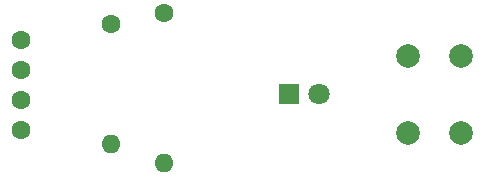
<source format=gbr>
%TF.GenerationSoftware,KiCad,Pcbnew,7.0.2*%
%TF.CreationDate,2023-06-29T18:38:04+09:00*%
%TF.ProjectId,laserpointer,6c617365-7270-46f6-996e-7465722e6b69,rev?*%
%TF.SameCoordinates,Original*%
%TF.FileFunction,Soldermask,Bot*%
%TF.FilePolarity,Negative*%
%FSLAX46Y46*%
G04 Gerber Fmt 4.6, Leading zero omitted, Abs format (unit mm)*
G04 Created by KiCad (PCBNEW 7.0.2) date 2023-06-29 18:38:04*
%MOMM*%
%LPD*%
G01*
G04 APERTURE LIST*
%ADD10C,2.000000*%
%ADD11C,1.600000*%
%ADD12O,1.600000X1.600000*%
%ADD13R,1.800000X1.800000*%
%ADD14C,1.800000*%
G04 APERTURE END LIST*
D10*
%TO.C,SW1*%
X145850000Y-79100000D03*
X145850000Y-72600000D03*
X150350000Y-79100000D03*
X150350000Y-72600000D03*
%TD*%
D11*
%TO.C,330*%
X120720000Y-69910000D03*
D12*
X120720000Y-80070000D03*
%TD*%
D11*
%TO.C,REF\u002A\u002A*%
X113060000Y-78890000D03*
X113060000Y-76350000D03*
X113060000Y-73810000D03*
X113060000Y-71270000D03*
%TD*%
%TO.C,10k*%
X125180000Y-69000000D03*
D12*
X125180000Y-81700000D03*
%TD*%
D13*
%TO.C,D1*%
X135750000Y-75850000D03*
D14*
X138290000Y-75850000D03*
%TD*%
M02*

</source>
